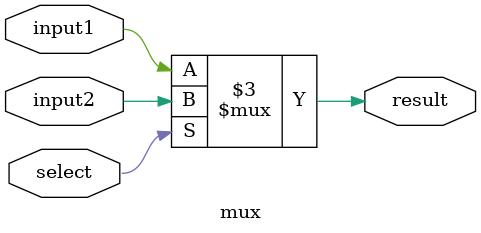
<source format=v>
module mux(result,select,input1,input2);
output reg result;
input select,input1,input2;

always @ (select or input1 or input2)
begin
  if(select)
    result<=input2;

  else
    result<=input1;
end
endmodule

</source>
